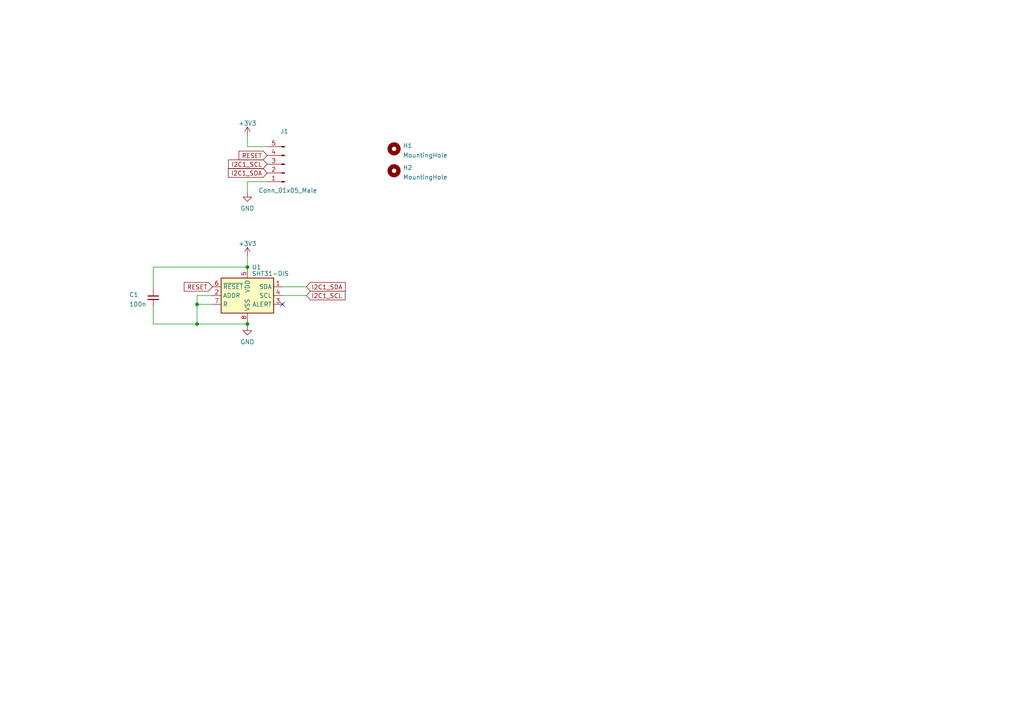
<source format=kicad_sch>
(kicad_sch (version 20211123) (generator eeschema)
  (paper "A4")
  (lib_symbols
    (symbol "Connector:Conn_01x05_Male" (pin_names (offset 1.016) hide)
      (property "Reference" "J" (at 0 7.62 0))
      (property "Value" "Conn_01x05_Male" (at 0 -7.62 0))
      (symbol "Conn_01x05_Male_1_1"
        (polyline (pts (xy 1.27 -5.08) (xy 0.8636 -5.08)) (stroke (width 0.1524)))
        (polyline (pts (xy 1.27 -2.54) (xy 0.8636 -2.54)) (stroke (width 0.1524)))
        (polyline (pts (xy 1.27 0) (xy 0.8636 0)) (stroke (width 0.1524)))
        (polyline (pts (xy 1.27 2.54) (xy 0.8636 2.54)) (stroke (width 0.1524)))
        (polyline (pts (xy 1.27 5.08) (xy 0.8636 5.08)) (stroke (width 0.1524)))
        (rectangle (start 0.8636 -4.953) (end 0 -5.207) (stroke (width 0.1524)) (fill (type outline)))
        (rectangle (start 0.8636 -2.413) (end 0 -2.667) (stroke (width 0.1524)) (fill (type outline)))
        (rectangle (start 0.8636 0.127) (end 0 -0.127) (stroke (width 0.1524)) (fill (type outline)))
        (rectangle (start 0.8636 2.667) (end 0 2.413) (stroke (width 0.1524)) (fill (type outline)))
        (rectangle (start 0.8636 5.207) (end 0 4.953) (stroke (width 0.1524)) (fill (type outline)))
        (pin passive line (at 5.08 5.08 180) (length 3.81) (name "Pin_1") (number "1"))
        (pin passive line (at 5.08 2.54 180) (length 3.81) (name "Pin_2") (number "2"))
        (pin passive line (at 5.08 0 180) (length 3.81) (name "Pin_3") (number "3"))
        (pin passive line (at 5.08 -2.54 180) (length 3.81) (name "Pin_4") (number "4"))
        (pin passive line (at 5.08 -5.08 180) (length 3.81) (name "Pin_5") (number "5"))
      )
    )
    (symbol "Device:C_Small" (pin_numbers hide) (pin_names (offset 0.254) hide)
      (property "Reference" "C" (at 0.254 1.778 0))
      (property "Value" "C_Small" (at 0.254 -2.032 0))
      (symbol "C_Small_0_1"
        (polyline (pts (xy -1.524 -0.508) (xy 1.524 -0.508)) (stroke (width 0.3302)))
        (polyline (pts (xy -1.524 0.508) (xy 1.524 0.508)) (stroke (width 0.3048)))
      )
      (symbol "C_Small_1_1"
        (pin passive line (at 0 2.54 270) (length 2.032) (name "~") (number "1"))
        (pin passive line (at 0 -2.54 90) (length 2.032) (name "~") (number "2"))
      )
    )
    (symbol "Mechanical:MountingHole" (pin_names (offset 1.016))
      (property "Reference" "H" (at 0 5.08 0))
      (property "Value" "MountingHole" (at 0 3.175 0))
      (symbol "MountingHole_0_1"
        (circle (center 0 0) (radius 1.27) (stroke (width 1.27)))
      )
    )
    (symbol "Sensor_Humidity:SHT31-DIS"
      (property "Reference" "U?" (at 2.0194 9.0465 0))
      (property "Value" "SHT31-DIS" (at 2.0194 6.2714 0))
      (symbol "SHT31-DIS_0_1"
        (rectangle (start -7.62 5.08) (end 7.62 -5.08) (stroke (width 0.254)) (fill (type background)))
      )
      (symbol "SHT31-DIS_1_1"
        (pin bidirectional line (at 10.16 2.54 180) (length 2.54) (name "SDA") (number "1"))
        (pin input line (at -10.16 0 0) (length 2.54) (name "ADDR") (number "2"))
        (pin output line (at 10.16 -2.54 180) (length 2.54) (name "ALERT") (number "3"))
        (pin input line (at 10.16 0 180) (length 2.54) (name "SCL") (number "4"))
        (pin power_in line (at 0 7.62 270) (length 2.54) (name "VDD") (number "5"))
        (pin input line (at -10.16 2.54 0) (length 2.54) (name "~{RESET}") (number "6"))
        (pin passive line (at -10.16 -2.54 0) (length 2.54) (name "R") (number "7"))
        (pin power_in line (at 0 -7.62 90) (length 2.54) (name "VSS") (number "8"))
        (pin passive line (at 0 -7.62 90) (length 2.54) hide (name "VSS") (number "9"))
      )
    )
    (symbol "power:+3V3" (power) (pin_names (offset 0))
      (property "Value" "+3V3" (at 0 3.556 0))
      (symbol "+3V3_0_1"
        (polyline (pts (xy -0.762 1.27) (xy 0 2.54)))
        (polyline (pts (xy 0 0) (xy 0 2.54)))
        (polyline (pts (xy 0 2.54) (xy 0.762 1.27)))
      )
      (symbol "+3V3_1_1"
        (pin power_in line (at 0 0 90) (length 0) hide (name "+3V3") (number "1"))
      )
    )
    (symbol "power:GND" (power) (pin_names (offset 0))
      (property "Value" "GND" (at 0 -3.81 0))
      (symbol "GND_0_1"
        (polyline (pts (xy 0 0) (xy 0 -1.27) (xy 1.27 -1.27) (xy 0 -2.54) (xy -1.27 -1.27) (xy 0 -1.27)))
      )
      (symbol "GND_1_1"
        (pin power_in line (at 0 0 270) (length 0) hide (name "GND") (number "1"))
      )
    )
  )
  (junction (at 71.755 77.47))
  (junction (at 71.755 93.98))
  (junction (at 57.15 88.265))
  (junction (at 57.15 93.98))
  (no_connect (at 81.915 88.265))
  (wire (pts (xy 44.45 77.47) (xy 71.755 77.47)))
  (wire (pts (xy 44.45 93.98) (xy 57.15 93.98)))
  (wire (pts (xy 71.755 77.47) (xy 71.755 78.105)))
  (wire (pts (xy 81.915 85.725) (xy 88.9 85.725)))
  (wire (pts (xy 57.15 88.265) (xy 61.595 88.265)))
  (wire (pts (xy 71.755 93.98) (xy 71.755 94.615)))
  (wire (pts (xy 81.915 83.185) (xy 88.9 83.185)))
  (wire (pts (xy 44.45 83.82) (xy 44.45 77.47)))
  (wire (pts (xy 71.755 74.295) (xy 71.755 77.47)))
  (wire (pts (xy 44.45 88.9) (xy 44.45 93.98)))
  (wire (pts (xy 71.755 93.345) (xy 71.755 93.98)))
  (wire (pts (xy 57.15 93.98) (xy 71.755 93.98)))
  (wire (pts (xy 71.755 42.545) (xy 77.47 42.545)))
  (wire (pts (xy 57.15 85.725) (xy 61.595 85.725)))
  (wire (pts (xy 57.15 88.265) (xy 57.15 93.98)))
  (wire (pts (xy 71.755 55.88) (xy 71.755 52.705)))
  (wire (pts (xy 71.755 52.705) (xy 77.47 52.705)))
  (wire (pts (xy 71.755 39.37) (xy 71.755 42.545)))
  (wire (pts (xy 57.15 85.725) (xy 57.15 88.265)))
  (global_label "RESET" (shape input) (at 61.595 83.185 180) (property "Intersheet References" "${INTERSHEET_REFS}" (effects hide)))
  (global_label "I2C1_SCL" (shape input) (at 77.47 47.625 180) (property "Intersheet References" "${INTERSHEET_REFS}" (effects hide)))
  (global_label "I2C1_SCL" (shape input) (at 88.9 85.725 0) (property "Intersheet References" "${INTERSHEET_REFS}" (effects hide)))
  (global_label "I2C1_SDA" (shape input) (at 77.47 50.165 180) (property "Intersheet References" "${INTERSHEET_REFS}" (effects hide)))
  (global_label "I2C1_SDA" (shape input) (at 88.9 83.185 0) (property "Intersheet References" "${INTERSHEET_REFS}" (effects hide)))
  (global_label "RESET" (shape input) (at 77.47 45.085 180) (property "Intersheet References" "${INTERSHEET_REFS}" (effects hide)))
  (symbol (lib_id "power:+3V3") (at 71.755 74.295 0) (unit 1)
    (property "Reference" "#PWR03" (effects hide))
    (property "Value" "+3V3" (at 71.755 70.6905 0))
  )
  (symbol (lib_id "Connector:Conn_01x05_Male") (at 82.55 47.625 180) (unit 1)
    (property "Reference" "J1" (at 81.28 38.1 0) (effects (justify right)))
    (property "Value" "Conn_01x05_Male" (at 74.93 55.245 0) (effects (justify right)))
    (property "Footprint" "Connector_PinSocket_2.54mm:PinSocket_1x05_P2.54mm_Vertical" (effects hide))
  )
  (symbol (lib_id "power:GND") (at 71.755 55.88 0) (unit 1)
    (property "Reference" "#PWR02" (effects hide))
    (property "Value" "GND" (at 71.755 60.4425 0))
  )
  (symbol (lib_id "power:+3V3") (at 71.755 39.37 0) (unit 1)
    (property "Reference" "#PWR01" (effects hide))
    (property "Value" "+3V3" (at 71.755 35.7655 0))
  )
  (symbol (lib_id "Mechanical:MountingHole") (at 114.3 43.18 0) (unit 1)
    (property "Reference" "H1" (at 116.84 42.2715 0) (effects (justify left)))
    (property "Value" "MountingHole" (at 116.84 45.0466 0) (effects (justify left)))
    (property "Footprint" "MountingHole:MountingHole_2.2mm_M2_Pad" (effects hide))
  )
  (symbol (lib_id "Mechanical:MountingHole") (at 114.3 49.53 0) (unit 1)
    (property "Reference" "H2" (at 116.84 48.6215 0) (effects (justify left)))
    (property "Value" "MountingHole" (at 116.84 51.3966 0) (effects (justify left)))
    (property "Footprint" "MountingHole:MountingHole_2.2mm_M2_Pad" (effects hide))
  )
  (symbol (lib_id "Sensor_Humidity:SHT31-DIS") (at 71.755 85.725 0) (unit 1)
    (property "Reference" "U1" (at 73.025 77.47 0) (effects (justify left)))
    (property "Value" "SHT31-DIS" (at 73.025 79.375 0) (effects (justify left)))
    (property "Footprint" "Sensor_Humidity:Sensirion_DFN-8-1EP_2.5x2.5mm_P0.5mm_EP1.1x1.7mm" (effects hide))
    (property "Datasheet" "https://www.sensirion.com/fileadmin/user_upload/customers/sensirion/Dokumente/2_Humidity_Sensors/Datasheets/Sensirion_Humidity_Sensors_SHT3x_Datasheet_digital.pdf" (effects hide))
  )
  (symbol (lib_id "power:GND") (at 71.755 94.615 0) (unit 1)
    (property "Reference" "#PWR04" (effects hide))
    (property "Value" "GND" (at 71.755 99.1775 0))
  )
  (symbol (lib_id "Device:C_Small") (at 44.45 86.36 0) (unit 1)
    (property "Reference" "C1" (at 37.465 85.4899 0) (effects (justify left)))
    (property "Value" "100n" (at 37.465 88.265 0) (effects (justify left)))
    (property "Footprint" "Capacitor_SMD:C_0402_1005Metric" (effects hide))
    (property "LCSC Part #" "C307331" (effects hide))
  )
)
</source>
